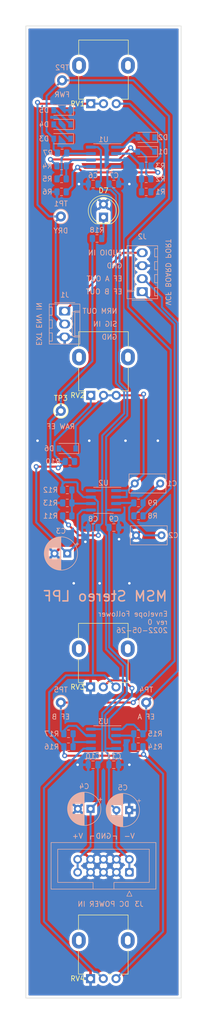
<source format=kicad_pcb>
(kicad_pcb (version 20221018) (generator pcbnew)
  (title_block (title "MSM Stereo LPF envelope follower board") (date "2022-05-26") (rev "0") (comment 1 "creativecommons.org/licenses/by/4.0") (comment 2 "License: CC by 4.0") (comment 3 "Drawn by: Jordan Aceto"))
  (layers (0 "F.Cu" signal) (31 "B.Cu" signal) (34 "B.Paste" user) (35 "F.Paste" user) (36 "B.SilkS" user "B.Silkscreen") (37 "F.SilkS" user "F.Silkscreen") (38 "B.Mask" user) (39 "F.Mask" user) (44 "Edge.Cuts" user))
  (net 0 "")
  (net 1 "/fwr/SIGNAL_IN")
  (net 2 "Net-(D6-K)")
  (net 3 "Net-(U2A-+)")
  (net 4 "GND")
  (net 5 "Net-(U2B-+)")
  (net 6 "/attenuverters/SIGNAL_IN")
  (net 7 "+15V")
  (net 8 "-15V")
  (net 9 "Net-(D1-K)")
  (net 10 "Net-(D1-A)")
  (net 11 "Net-(C1-Pad1)")
  (net 12 "Net-(D2-K)")
  (net 13 "/DRY_AUDIO_FROM_VCF_BOARD")
  (net 14 "/attenuverters/ENVELOPE_OUT_A")
  (net 15 "/attenuverters/ENVELOPE_OUT_B")
  (net 16 "Net-(D3-K)")
  (net 17 "/fwr/SIGNAL_OUT")
  (net 18 "Net-(D4-K)")
  (net 19 "Net-(D6-A)")
  (net 20 "Net-(D7-KA)")
  (net 21 "Net-(U1A--)")
  (net 22 "Net-(U1B--)")
  (net 23 "Net-(R1-Pad1)")
  (net 24 "Net-(R5-Pad2)")
  (net 25 "Net-(U2B--)")
  (net 26 "Net-(U3A--)")
  (net 27 "Net-(U3B--)")
  (net 28 "Net-(U3A-+)")
  (net 29 "Net-(U3B-+)")
  (footprint "Potentiometer_THT:Potentiometer_Alpha_RD901F-40-00D_Single_Vertical" (layer "F.Cu") (at 99.1 53.34 90)
    (fp_text reference "RV1")
    (fp_text value "100k")
  )
  (footprint "LED_THT:LED_D5.0mm" (layer "F.Cu") (at 101.6 75.57 90)
    (fp_text reference "D7")
    (fp_text value "red_green")
  )
  (footprint "Potentiometer_THT:Potentiometer_Alpha_RD901F-40-00D_Single_Vertical" (layer "F.Cu") (at 99.1 110.49 90)
    (fp_text reference "RV2")
    (fp_text value "100k")
  )
  (footprint "Potentiometer_THT:Potentiometer_Alpha_RD901F-40-00D_Single_Vertical" (layer "F.Cu") (at 99.06 224.79 90)
    (fp_text reference "RV4")
    (fp_text value "100k C.D.")
  )
  (footprint "Potentiometer_THT:Potentiometer_Alpha_RD901F-40-00D_Single_Vertical" (layer "F.Cu") (at 99.06 167.64 90)
    (fp_text reference "RV3")
    (fp_text value "100k C.D.")
  )
  (footprint "TestPoint:TestPoint_Keystone_5000-5004_Miniature" (layer "F.Cu") (at 93.218 113.538)
    (fp_text reference "TP3")
    (fp_text value "raw_env")
  )
  (footprint "Package_SO:SOIC-8_3.9x4.9mm_P1.27mm" (layer "B.Cu") (at 101.6 177.8 180)
    (fp_text reference "U3")
    (fp_text value "TL072")
  )
  (footprint "Resistor_SMD:R_0805_2012Metric" (layer "B.Cu") (at 94.488 134.112)
    (fp_text reference "R11")
    (fp_text value "680k")
  )
  (footprint "Resistor_SMD:R_0805_2012Metric" (layer "B.Cu") (at 108.458 134.112 180)
    (fp_text reference "R8")
    (fp_text value "10k")
  )
  (footprint "Connector_IDC:IDC-Header_2x05_P2.54mm_Vertical" (layer "B.Cu") (at 106.68 203.9525 90)
    (fp_text reference "J3")
    (fp_text value "power_entry")
  )
  (footprint "Capacitor_SMD:C_0805_2012Metric" (layer "B.Cu") (at 103.632 69.088 180)
    (fp_text reference "C7")
    (fp_text value "100n")
  )
  (footprint "TestPoint:TestPoint_Keystone_5000-5004_Miniature" (layer "B.Cu") (at 93.218 75.438 180)
    (fp_text reference "TP1")
    (fp_text value "dry_audio")
  )
  (footprint "Resistor_SMD:R_0805_2012Metric" (layer "B.Cu") (at 93.3685 68.072 180)
    (fp_text reference "R5")
    (fp_text value "100k")
  )
  (footprint "Resistor_SMD:R_0805_2012Metric" (layer "B.Cu") (at 108.438259 176.81)
    (fp_text reference "R15")
    (fp_text value "100k")
  )
  (footprint "Resistor_SMD:R_0805_2012Metric" (layer "B.Cu") (at 108.458 131.572 180)
    (fp_text reference "R9")
    (fp_text value "10k")
  )
  (footprint "Diode_SMD:D_SOD-123" (layer "B.Cu") (at 109.982 59.944 180)
    (fp_text reference "D2")
    (fp_text value "1N4148W")
  )
  (footprint "Capacitor_THT:C_Rect_L7.0mm_W3.5mm_P5.00mm" (layer "B.Cu") (at 112.99 137.922 180)
    (fp_text reference "C2")
    (fp_text value "220n")
  )
  (footprint "Connector_Molex:Molex_KK-254_AE-6410-03A_1x03_P2.54mm_Vertical" (layer "B.Cu") (at 93.98 93.98 -90)
    (fp_text reference "J1")
    (fp_text value "audio_IO")
  )
  (footprint "Capacitor_SMD:C_0805_2012Metric" (layer "B.Cu") (at 99.548259 182.88 180)
    (fp_text reference "C10")
    (fp_text value "100n")
  )
  (footprint "Package_SO:SOIC-8_3.9x4.9mm_P1.27mm" (layer "B.Cu") (at 101.6 131.064 180)
    (fp_text reference "U2")
    (fp_text value "TL072")
  )
  (footprint "Capacitor_THT:CP_Radial_D6.3mm_P2.50mm" (layer "B.Cu") (at 106.64 191.77 180)
    (fp_text reference "C5")
    (fp_text value "10u")
  )
  (footprint "Capacitor_THT:CP_Radial_D6.3mm_P2.50mm" (layer "B.Cu") (at 99.06 191.516 180)
    (fp_text reference "C4")
    (fp_text value "10u")
  )
  (footprint "Resistor_SMD:R_0805_2012Metric" (layer "B.Cu") (at 93.3685 65.532)
    (fp_text reference "R4")
    (fp_text value "100k")
  )
  (footprint "Resistor_SMD:R_0805_2012Metric" (layer "B.Cu") (at 93.3685 70.612 180)
    (fp_text reference "R6")
    (fp_text value "100k")
  )
  (footprint "Resistor_SMD:R_0805_2012Metric" (layer "B.Cu") (at 100.33 79.756 180)
    (fp_text reference "R18")
    (fp_text value "3k3")
  )
  (footprint "Connector_Molex:Molex_KK-254_AE-6410-04A_1x04_P2.54mm_Vertical" (layer "B.Cu") (at 109.2 90.17 90)
    (fp_text reference "J2")
    (fp_text value "vcf_board_port")
  )
  (footprint "TestPoint:TestPoint_Keystone_5000-5004_Miniature" (layer "B.Cu") (at 93.472 48.768 180)
    (fp_text reference "TP2")
    (fp_text value "fwr_positive_signal")
  )
  (footprint "Diode_SMD:D_SOD-123" (layer "B.Cu") (at 109.982 62.738 180)
    (fp_text reference "D1")
    (fp_text value "1N4148W")
  )
  (footprint "Resistor_SMD:R_0805_2012Metric" (layer "B.Cu") (at 109.982 68.072)
    (fp_text reference "R2")
    (fp_text value "100k")
  )
  (footprint "Diode_SMD:D_SOD-123" (layer "B.Cu") (at 93.472 60.198 180)
    (fp_text reference "D3")
    (fp_text value "1N4148W")
  )
  (footprint "Capacitor_SMD:C_0805_2012Metric" (layer "B.Cu") (at 103.612259 182.88 180)
    (fp_text reference "C11")
    (fp_text value "100n")
  )
  (footprint "Resistor_SMD:R_0805_2012Metric" (layer "B.Cu") (at 94.488 131.572 180)
    (fp_text reference "R13")
    (fp_text value "47k")
  )
  (footprint "Resistor_SMD:R_0805_2012Metric" (layer "B.Cu") (at 93.472 62.992 180)
    (fp_text reference "R7")
    (fp_text value "5k6")
  )
  (footprint "TestPoint:TestPoint_Keystone_5000-5004_Miniature" (layer "B.Cu") (at 109.982 170.688 180)
    (fp_text reference "TP4")
    (fp_text value "env_A")
  )
  (footprint "Resistor_SMD:R_0805_2012Metric" (layer "B.Cu") (at 94.722259 176.81 180)
    (fp_text reference "R17")
    (fp_text value "100k")
  )
  (footprint "Capacitor_THT:CP_Radial_D6.3mm_P2.50mm" (layer "B.Cu") (at 94.488 141.478 180)
    (fp_text reference "C3")
    (fp_text value "2u2")
  )
  (footprint "Diode_SMD:D_SOD-123" (layer "B.Cu") (at 93.472 57.404 180)
    (fp_text reference "D4")
    (fp_text value "1N4148W")
  )
  (footprint "Resistor_SMD:R_0805_2012Metric" (layer "B.Cu") (at 94.722259 179.35)
    (fp_text reference "R16")
    (fp_text value "100k")
  )
  (footprint "Resistor_SMD:R_0805_2012Metric" (layer "B.Cu") (at 108.438259 179.35 180)
    (fp_text reference "R14")
    (fp_text value "100k")
  )
  (footprint "Resistor_SMD:R_0805_2012Metric" (layer "B.Cu") (at 109.982 70.612 180)
    (fp_text reference "R1")
    (fp_text value "5k6")
  )
  (footprint "Diode_SMD:D_SOD-123" (layer "B.Cu") (at 94.488 120.904 180)
    (fp_text reference "D6")
    (fp_text value "1N4148W")
  )
  (footprint "Package_SO:SOIC-8_3.9x4.9mm_P1.27mm" (layer "B.Cu") (at 101.6 63.754 180)
    (fp_text reference "U1")
    (fp_text value "TL072")
  )
  (footprint "Resistor_SMD:R_0805_2012Metric" (layer "B.Cu") (at 109.982 65.532)
    (fp_text reference "R3")
    (fp_text value "100k")
  )
  (footprint "Diode_SMD:D_SOD-123" (layer "B.Cu") (at 93.472 54.61 180)
    (fp_text reference "D5")
    (fp_text value "1N4148W")
  )
  (footprint "TestPoint:TestPoint_Keystone_5000-5004_Miniature" (layer "B.Cu") (at 93.218 170.688 180)
    (fp_text reference "TP5")
    (fp_text value "env_B")
  )
  (footprint "Capacitor_SMD:C_0805_2012Metric" (layer "B.Cu") (at 99.568 136.398 180)
    (fp_text reference "C8")
    (fp_text value "100n")
  )
  (footprint "Resistor_SMD:R_0805_2012Metric" (layer "B.Cu") (at 94.488 129.032 180)
    (fp_text reference "R12")
    (fp_text value "220k")
  )
  (footprint "Capacitor_SMD:C_0805_2012Metric" (layer "B.Cu") (at 99.568 69.088 180)
    (fp_text reference "C6")
    (fp_text value "100n")
  )
  (footprint "Resistor_SMD:R_0805_2012Metric" (layer "B.Cu") (at 94.996 123.444 180)
    (fp_text reference "R10")
    (fp_text value "1k")
  )
  (footprint "Capacitor_SMD:C_0805_2012Metric" (layer "B.Cu") (at 103.632 136.398 180)
    (fp_text reference "C9")
    (fp_text value "100n")
  )
  (footprint "Capacitor_THT:C_Rect_L7.0mm_W3.5mm_P5.00mm" (layer "B.Cu") (at 112.736 127.762 180)
    (fp_text reference "C1")
    (fp_text value "470n")
  )
  (gr_line (start 99.06 196.85) (end 99.06 197.485) (stroke (width 0.15)) (layer "B.SilkS"))
  (gr_line (start 99.695 196.85) (end 99.06 196.85) (stroke (width 0.15)) (layer "B.SilkS"))
  (gr_line (start 104.14 196.85) (end 104.14 197.485) (stroke (width 0.15)) (layer "B.SilkS"))
  (gr_line (start 103.505 196.85) (end 104.14 196.85) (stroke (width 0.15)) (layer "B.SilkS"))
  (gr_line (start 86.36 38.1) (end 86.36 228.6) (stroke (width 0.1)) (layer "Edge.Cuts"))
  (gr_line (start 86.36 228.6) (end 116.84 228.6) (stroke (width 0.1)) (layer "Edge.Cuts"))
  (gr_line (start 116.84 38.1) (end 86.36 38.1) (stroke (width 0.1)) (layer "Edge.Cuts"))
  (gr_line (start 116.84 228.6) (end 116.84 38.1) (stroke (width 0.1)) (layer "Edge.Cuts"))
  (gr_text "SIG IN" (at 104.394 96.52) (layer "B.SilkS") (effects (font (size 1 1)) (justify left mirror)))
  (gr_text "GND" (at 104.394 99.06) (layer "B.SilkS") (effects (font (size 1 1)) (justify left mirror)))
  (gr_text "FWR" (at 93.472 51.562) (layer "B.SilkS") (effects (font (size 1 1)) (justify mirror)))
  (gr_text "V-" (at 106.68 196.85) (layer "B.SilkS") (effects (font (size 1 1)) (justify mirror)))
  (gr_text "GND" (at 105.39 85.09) (layer "B.SilkS") (effects (font (size 1 1)) (justify left mirror)))
  (gr_text "VCF BOARD PORT" (at 114.28 86.36 270) (layer "B.SilkS") (effects (font (size 1 1)) (justify mirror)))
  (gr_text "GND" (at 101.6 196.85) (layer "B.SilkS") (effects (font (size 1 1)) (justify mirror)))
  (gr_text "Envelope Follower\nrev 0\n2022-05-26" (at 114.3 154.94) (layer "B.SilkS") (effects (font (size 1 1)) (justify left mirror)))
  (gr_text "AUDIO IN" (at 105.39 82.55) (layer "B.SilkS") (effects (font (size 1 1)) (justify left mirror)))
  (gr_text "EF A" (at 109.982 173.482) (layer "B.SilkS") (effects (font (size 1 1)) (justify mirror)))
  (gr_text "EF A OUT" (at 105.39 87.63) (layer "B.SilkS") (effects (font (size 1 1)) (justify left mirror)))
  (gr_text "RAW EF" (at 93.218 116.586) (layer "B.SilkS") (effects (font (size 1 1)) (justify mirror)))
  (gr_text "NRM OUT" (at 104.394 93.98) (layer "B.SilkS") (effects (font (size 1 1)) (justify left mirror)))
  (gr_text "DC POWER IN" (at 101.6 210.185) (layer "B.SilkS") (effects (font (size 1 1)) (justify mirror)))
  (gr_text "EXT ENV IN" (at 88.9 96.52 270) (layer "B.SilkS") (effects (font (size 1 1)) (justify mirror)))
  (gr_text "MSM Stereo LPF" (at 114.3 149.86) (layer "B.SilkS") (effects (font (size 2 2) (thickness 0.3)) (justify left mirror)))
  (gr_text "EF B" (at 93.218 173.482) (layer "B.SilkS") (effects (font (size 1 1)) (justify mirror)))
  (gr_text "DRY" (at 93.218 78.232) (layer "B.SilkS") (effects (font (size 1 1)) (justify mirror)))
  (gr_text "V+" (at 96.52 196.85) (layer "B.SilkS") (effects (font (size 1 1)) (justify mirror)))
  (gr_text "EF B OUT" (at 105.39 90.17) (layer "B.SilkS") (effects (font (size 1 1)) (justify left mirror)))
  (segment (start 88.9 53.34) (end 99.1 53.34) (width 0.4) (layer "F.Cu") (net 1))
  (segment (start 88.646 53.086) (end 88.9 53.34) (width 0.4) (layer "F.Cu") (net 1))
  (via (at 88.646 53.086) (size 1) (drill 0.5) (layers "F.Cu" "B.Cu") (net 1))
  (segment (start 99.1 53.34) (end 101.6 53.34) (width 0.4) (layer "B.Cu") (net 1))
  (segment (start 88.9 73.406) (end 88.646 73.152) (width 0.4) (layer "B.Cu") (net 1))
  (segment (start 92.218 76.438) (end 92.218 94.758) (width 0.4) (layer "B.Cu") (net 1))
  (segment (start 88.646 73.152) (end 88.646 53.086) (width 0.4) (layer "B.Cu") (net 1))
  (segment (start 90.932 75.438) (end 88.9 73.406) (width 0.4) (layer "B.Cu") (net 1))
  (segment (start 93.218 75.438) (end 92.218 76.438) (width 0.4) (layer "B.Cu") (net 1))
  (segment (start 93.218 75.438) (end 90.932 75.438) (width 0.4) (layer "B.Cu") (net 1))
  (segment (start 92.218 94.758) (end 93.98 96.52) (width 0.4) (layer "B.Cu") (net 1))
  (segment (start 109.22 110.49) (end 109.474 110.236) (width 0.4) (layer "F.Cu") (net 2))
  (segment (start 104.1 110.49) (end 109.22 110.49) (width 0.4) (layer "F.Cu") (net 2))
  (via (at 109.474 110.236) (size 1) (drill 0.5) (layers "F.Cu" "B.Cu") (net 2))
  (segment (start 96.138 116.46) (end 96.138 120.904) (width 0.4) (layer "B.Cu") (net 2))
  (segment (start 101.6 110.49) (end 104.1 110.49) (width 0.4) (layer "B.Cu") (net 2))
  (segment (start 106.339 129.159) (end 107.736 127.762) (width 0.4) (layer "B.Cu") (net 2))
  (segment (start 106.045 129.159) (end 106.339 129.159) (width 0.4) (layer "B.Cu") (net 2))
  (segment (start 106.172 130.429) (end 104.075 130.429) (width 0.4) (layer "B.Cu") (net 2))
  (segment (start 101.6 110.49) (end 101.6 110.998) (width 0.4) (layer "B.Cu") (net 2))
  (segment (start 106.045 129.159) (end 106.172 129.286) (width 0.4) (layer "B.Cu") (net 2))
  (segment (start 101.6 110.998) (end 96.138 116.46) (width 0.4) (layer "B.Cu") (net 2))
  (segment (start 109.474 126.024) (end 109.474 110.236) (width 0.4) (layer "B.Cu") (net 2))
  (segment (start 106.172 129.286) (end 106.172 130.429) (width 0.4) (layer "B.Cu") (net 2))
  (segment (start 107.736 127.762) (end 109.474 126.024) (width 0.4) (layer "B.Cu") (net 2))
  (segment (start 104.075 129.159) (end 106.045 129.159) (width 0.4) (layer "B.Cu") (net 2))
  (segment (start 112.99 137.922) (end 109.724441 137.922) (width 0.4) (layer "B.Cu") (net 3))
  (segment (start 107.5455 131.572) (end 104.202 131.572) (width 0.4) (layer "B.Cu") (net 3))
  (segment (start 109.724441 137.922) (end 106.63348 134.831039) (width 0.4) (layer "B.Cu") (net 3))
  (segment (start 104.202 131.572) (end 104.075 131.699) (width 0.4) (layer "B.Cu") (net 3))
  (segment (start 106.63348 132.48402) (end 107.5455 131.572) (width 0.4) (layer "B.Cu") (net 3))
  (segment (start 106.63348 134.831039) (end 106.63348 132.48402) (width 0.4) (layer "B.Cu") (net 3))
  (via (at 105.918 119.38) (size 1) (drill 0.5) (layers "F.Cu" "B.Cu") (net 4))
  (via (at 95.758 147.32) (size 1) (drill 0.5) (layers "F.Cu" "B.Cu") (net 4))
  (via (at 106.68 147.32) (size 1) (drill 0.5) (layers "F.Cu" "B.Cu") (net 4))
  (via (at 112.268 119.38) (size 1) (drill 0.5) (layers "F.Cu" "B.Cu") (net 4))
  (via (at 104.648 138.684) (size 1) (drill 0.5) (layers "F.Cu" "B.Cu") (net 4))
  (via (at 100.838 147.32) (size 1) (drill 0.5) (layers "F.Cu" "B.Cu") (net 4))
  (via (at 106.68 182.88) (size 1) (drill 0.5) (layers "F.Cu" "B.Cu") (net 4))
  (via (at 96.774 69.088) (size 1) (drill 0.5) (layers "F.Cu" "B.Cu") (net 4))
  (via (at 96.52 182.88) (size 1) (drill 0.5) (layers "F.Cu" "B.Cu") (net 4))
  (via (at 106.68 69.088) (size 1) (drill 0.5) (layers "F.Cu" "B.Cu") (net 4))
  (via (at 98.044 139.192) (size 1) (drill 0.5) (layers "F.Cu" "B.Cu") (net 4))
  (via (at 98.806 119.38) (size 1) (drill 0.5) (layers "F.Cu" "B.Cu") (net 4))
  (via (at 88.646 119.38) (size 1) (drill 0.5) (layers "F.Cu" "B.Cu") (net 4))
  (segment (start 92.456 124.46) (end 92.71 124.714) (width 0.4) (layer "F.Cu") (net 5))
  (segment (start 88.392 124.46) (end 92.456 124.46) (width 0.4) (layer "F.Cu") (net 5))
  (via (at 92.71 124.714) (size 1) (drill 0.5) (layers "F.Cu" "B.Cu") (net 5))
  (via (at 88.392 124.46) (size 1) (drill 0.5) (layers "F.Cu" "B.Cu") (net 5))
  (segment (start 94.488 141.478) (end 88.392 135.382) (width 0.4) (layer "B.Cu") (net 5))
  (segment (start 91.988489 122.214489) (end 93.218 123.444) (width 0.4) (layer "B.Cu") (net 5))
  (segment (start 88.392 135.382) (end 88.392 124.46) (width 0.4) (layer "B.Cu") (net 5))
  (segment (start 94.488 141.478) (end 96.52 139.446) (width 0.4) (layer "B.Cu") (net 5))
  (segment (start 92.71 124.714) (end 92.8135 124.714) (width 0.4) (layer "B.Cu") (net 5))
  (segment (start 96.52 133.858) (end 97.409 132.969) (width 0.4) (layer "B.Cu") (net 5))
  (segment (start 97.409 132.969) (end 99.125 132.969) (width 0.4) (layer "B.Cu") (net 5))
  (segment (start 99.1 112.482) (end 91.988489 119.593511) (width 0.4) (layer "B.Cu") (net 5))
  (segment (start 96.52 139.446) (end 96.52 133.858) (width 0.4) (layer "B.Cu") (net 5))
  (segment (start 99.1 110.49) (end 99.1 112.482) (width 0.4) (layer "B.Cu") (net 5))
  (segment (start 92.8135 124.714) (end 94.0835 123.444) (width 0.4) (layer "B.Cu") (net 5))
  (segment (start 91.988489 119.593511) (end 91.988489 122.214489) (width 0.4) (layer "B.Cu") (net 5))
  (segment (start 93.218 123.444) (end 94.0835 123.444) (width 0.4) (layer "B.Cu") (net 5))
  (segment (start 93.98 181.102) (end 109.22 181.102) (width 0.4) (layer "F.Cu") (net 6))
  (segment (start 109.22 181.102) (end 109.474 180.848) (width 0.4) (layer "F.Cu") (net 6))
  (via (at 109.474 180.848) (size 1) (drill 0.5) (layers "F.Cu" "B.Cu") (net 6))
  (via (at 93.98 181.102) (size 1) (drill 0.5) (layers "F.Cu" "B.Cu") (net 6))
  (segment (start 104.06 224.79) (end 113.284 215.566) (width 0.4) (layer "B.Cu") (net 6))
  (segment (start 96.266 127.508) (end 93.98 127.508) (width 0.4) (layer "B.Cu") (net 6))
  (segment (start 93.472 128.9285) (end 93.5755 129.032) (width 0.4) (layer "B.Cu") (net 6))
  (segment (start 96.52 127.762) (end 96.266 127.508) (width 0.4) (layer "B.Cu") (net 6))
  (segment (start 113.284 184.658) (end 109.474 180.848) (width 0.4) (layer "B.Cu") (net 6))
  (segment (start 93.809759 179.35) (end 93.809759 180.931759) (width 0.4) (layer "B.Cu") (net 6))
  (segment (start 99.607138 130.429) (end 100.49952 131.321382) (width 0.4) (layer "B.Cu") (net 6))
  (segment (start 93.809759 180.931759) (end 93.98 181.102) (width 0.4) (layer "B.Cu") (net 6))
  (segment (start 90.932 168.656) (end 94.234 165.354) (width 0.4) (layer "B.Cu") (net 6))
  (segment (start 99.51752 135.754921) (end 99.51752 165.30352) (width 0.4) (layer "B.Cu") (net 6))
  (segment (start 100.49952 134.772921) (end 99.51752 135.754921) (width 0.4) (layer "B.Cu") (net 6))
  (segment (start 109.474 180.848) (end 109.474 179.473241) (width 0.4) (layer "B.Cu") (net 6))
  (segment (start 99.51752 165.30352) (end 99.568 165.354) (width 0.4) (layer "B.Cu") (net 6))
  (segment (start 109.474 179.473241) (end 109.350759 179.35) (width 0.4) (layer "B.Cu") (net 6))
  (segment (start 99.4175 103.7825) (end 99.4175 79.756) (width 0.4) (layer "B.Cu") (net 6))
  (segment (start 101.774 165.354) (end 104.06 167.64) (width 0.4) (layer "B.Cu") (net 6))
  (segment (start 93.809759 179.35) (end 90.932 176.472241) (width 0.4) (layer "B.Cu") (net 6))
  (segment (start 94.234 165.354) (end 99.822 165.354) (width 0.4) (layer "B.Cu") (net 6))
  (segment (start 113.284 215.566) (end 113.284 184.658) (width 0.4) (layer "B.Cu") (net 6))
  (segment (start 91.186 124.968) (end 93.5755 127.3575) (width 0.4) (layer "B.Cu") (net 6))
  (segment (start 93.218 113.538) (end 93.218 109.982) (width 0.4) (layer "B.Cu") (net 6))
  (segment (start 99.822 165.354) (end 101.774 165.354) (width 0.4) (layer "B.Cu") (net 6))
  (segment (start 93.218 113.538) (end 91.186 115.57) (width 0.4) (layer "B.Cu") (net 6))
  (segment (start 93.98 127.508) (end 93.472 128.016) (width 0.4) (layer "B.Cu") (net 6))
  (segment (start 90.932 176.472241) (end 90.932 168.656) (width 0.4) (layer "B.Cu") (net 6))
  (segment (start 93.5755 127.3575) (end 93.5755 129.032) (width 0.4) (layer "B.Cu") (net 6))
  (segment (start 96.52 129.286) (end 96.52 127.762) (width 0.4) (layer "B.Cu") (net 6))
  (segment (start 99.125 130.429) (end 97.663 130.429) (width 0.4) (layer "B.Cu") (net 6))
  (segment (start 93.218 109.982) (end 99.4175 103.7825) (width 0.4) (layer "B.Cu") (net 6))
  (segment (start 97.663 130.429) (end 96.52 129.286) (width 0.4) (layer "B.Cu") (net 6))
  (segment (start 93.472 128.016) (end 93.472 128.9285) (width 0.4) (layer "B.Cu") (net 6))
  (segment (start 99.125 130.429) (end 99.607138 130.429) (width 0.4) (layer "B.Cu") (net 6))
  (segment (start 100.49952 131.321382) (end 100.49952 134.772921) (width 0.4) (layer "B.Cu") (net 6))
  (segment (start 91.186 115.57) (end 91.186 124.968) (width 0.4) (layer "B.Cu") (net 6))
  (segment (start 94.742 135.89) (end 96.774 137.922) (width 0.4) (layer "F.Cu") (net 7))
  (segment (start 96.774 137.922) (end 100.584 137.922) (width 0.4) (layer "F.Cu") (net 7))
  (via (at 100.584 137.922) (size 1) (drill 0.5) (layers "F.Cu" "B.Cu") (net 7))
  (via (at 94.742 135.89) (size 1) (drill 0.5) (layers "F.Cu" "B.Cu") (net 7))
  (segment (start 105.664 109.728) (end 105.664 114.046) (width 0.4) (layer "B.Cu") (net 7))
  (segment (start 105.664 114.046) (end 101.346 118.364) (width 0.4) (layer "B.Cu") (net 7))
  (segment (start 101.346 129.032) (end 101.219 129.159) (width 0.4) (layer "B.Cu") (net 7))
  (segment (start 104.040969 108.104969) (end 105.664 109.728) (width 0.4) (layer "B.Cu") (net 7))
  (segment (start 99.125 61.849) (end 100.457 61.849) (width 0.4) (layer "B.Cu") (net 7))
  (segment (start 100.518 136.398) (end 102.108 137.988) (width 0.4) (layer "B.Cu") (net 7))
  (segment (start 93.5755 134.7235) (end 94.742 135.89) (width 0.4) (layer "B.Cu") (net 7))
  (segment (start 104.040969 71.294819) (end 104.040969 108.104969) (width 0.4) (layer "B.Cu") (net 7))
  (segment (start 101.346 172.72) (end 101.346 177.123836) (width 0.4) (layer "B.Cu") (net 7))
  (segment (start 100.498259 182.88) (end 100.498259 190.077741) (width 0.4) (layer "B.Cu") (net 7))
  (segment (start 101.092 68.514) (end 100.518 69.088) (width 0.4) (layer "B.Cu") (net 7))
  (segment (start 105.41 168.656) (end 101.346 172.72) (width 0.4) (layer "B.Cu") (net 7))
  (segment (start 100.584 137.922) (end 100.584 136.464) (width 0.4) (layer "B.Cu") (net 7))
  (segment (start 105.41 163.576) (end 105.41 168.656) (width 0.4) (layer "B.Cu") (net 7))
  (segment (start 101.346 135.57) (end 100.518 136.398) (width 0.4) (layer "B.Cu") (net 7))
  (segment (start 96.52 203.9525) (end 96.52 201.4125) (width 0.4) (layer "B.Cu") (net 7))
  (segment (start 101.346 129.032) (end 101.346 135.57) (width 0.4) (layer "B.Cu") (net 7))
  (segment (start 100.518 69.088) (end 101.64252 70.21252) (width 0.4) (layer "B.Cu") (net 7))
  (segment (start 102.95867 70.21252) (end 104.040969 71.294819) (width 0.4) (layer "B.Cu") (net 7))
  (segment (start 102.108 137.988) (end 102.108 160.274) (width 0.4) (layer "B.Cu") (net 7))
  (segment (start 100.498259 190.077741) (end 99.06 191.516) (width 0.4) (layer "B.Cu") (net 7))
  (segment (start 93.5755 134.112) (end 93.5755 134.7235) (width 0.4) (layer "B.Cu") (net 7))
  (segment (start 100.584 136.464) (end 100.518 136.398) (width 0.4) (layer "B.Cu") (net 7))
  (segment (start 99.125 175.895) (end 101.346 175.895) (width 0.4) (layer "B.Cu") (net 7))
  (segment (start 99.06 191.516) (end 99.06 198.8725) (width 0.4) (layer "B.Cu") (net 7))
  (segment (start 101.346 182.032259) (end 100.498259 182.88) (width 0.4) (layer "B.Cu") (net 7))
  (segment (start 101.346 118.364) (end 101.346 129.032) (width 0.4) (layer "B.Cu") (net 7))
  (segment (start 99.06 198.8725) (end 96.52 201.4125) (width 0.4) (layer "B.Cu") (net 7))
  (segment (start 101.346 177.123836) (end 101.346 182.032259) (width 0.4) (layer "B.Cu") (net 7))
  (segment (start 101.219 129.159) (end 99.125 129.159) (width 0.4) (layer "B.Cu") (net 7))
  (segment (start 101.64252 70.21252) (end 102.95867 70.21252) (width 0.4) (layer "B.Cu") (net 7))
  (segment (start 101.346 175.895) (end 101.346 177.123836) (width 0.4) (layer "B.Cu") (net 7))
  (segment (start 102.108 160.274) (end 105.41 163.576) (width 0.4) (layer "B.Cu") (net 7))
  (segment (start 100.457 61.849) (end 101.092 62.484) (width 0.4) (layer "B.Cu") (net 7))
  (segment (start 101.092 62.484) (end 101.092 68.514) (width 0.4) (layer "B.Cu") (net 7))
  (segment (start 101.945511 180.177511) (end 102.662259 180.894259) (width 0.4) (layer "B.Cu") (net 8))
  (segment (start 102.682 136.398) (end 102.707511 136.423511) (width 0.4) (layer "B.Cu") (net 8))
  (segment (start 104.14 191.77) (end 104.14 198.8725) (width 0.4) (layer "B.Cu") (net 8))
  (segment (start 104.64048 102.001183) (end 104.64048 103.978817) (width 0.4) (layer "B.Cu") (net 8))
  (segment (start 106.263511 109.479675) (end 106.26351 114.46249) (width 0.4) (layer "B.Cu") (net 8))
  (segment (start 104.739511 101.902152) (end 104.64048 102.001183) (width 0.4) (layer "B.Cu") (net 8))
  (segment (start 104.739511 107.955675) (end 106.263511 109.479675) (width 0.4) (layer "B.Cu") (net 8))
  (segment (start 104.075 65.659) (end 103.251 65.659) (width 0.4) (layer "B.Cu") (net 8))
  (segment (start 106.26351 114.46249) (end 102.108 118.618) (width 0.4) (layer "B.Cu") (net 8))
  (segment (start 103.251 65.659) (end 102.362 66.548) (width 0.4) (layer "B.Cu") (net 8))
  (segment (start 102.108 133.096) (end 102.108 133.858) (width 0.4) (layer "B.Cu") (net 8))
  (segment (start 106.172 168.91) (end 101.945511 173.136489) (width 0.4) (layer "B.Cu") (net 8))
  (segment (start 104.64048 103.978817) (end 104.739511 104.077848) (width 0.4) (layer "B.Cu") (net 8))
  (segment (start 102.662259 182.88) (end 102.662259 190.292259) (width 0.4) (layer "B.Cu") (net 8))
  (segment (start 102.707511 136.423511) (end 102.707511 159.857511) (width 0.4) (layer "B.Cu") (net 8))
  (segment (start 104.075 132.969) (end 102.235 132.969) (width 0.4) (layer "B.Cu") (net 8))
  (segment (start 101.945511 179.740489) (end 101.945511 180.177511) (width 0.4) (layer "B.Cu") (net 8))
  (segment (start 104.14 198.8725) (end 106.68 201.4125) (width 0.4) (layer "B.Cu") (net 8))
  (segment (start 102.362 68.768) (end 102.682 69.088) (width 0.4) (layer "B.Cu") (net 8))
  (segment (start 102.108 135.824) (end 102.682 136.398) (width 0.4) (layer "B.Cu") (net 8))
  (segment (start 101.981 179.705) (end 101.945511 179.740489) (width 0.4) (layer "B.Cu") (net 8))
  (segment (start 102.707511 159.857511) (end 106.172 163.322) (width 0.4) (layer "B.Cu") (net 8))
  (segment (start 104.739511 104.077848) (end 104.739511 107.955675) (width 0.4) (layer "B.Cu") (net 8))
  (segment (start 102.662259 180.894259) (end 102.662259 182.88) (width 0.4) (layer "B.Cu") (net 8))
  (segment (start 102.682 69.088) (end 104.739511 71.145511) (width 0.4) (layer "B.Cu") (net 8))
  (segment (start 102.108 118.618) (end 102.108 133.858) (width 0.4) (layer "B.Cu") (net 8))
  (segment (start 104.739511 71.145511) (end 104.739511 101.902152) (width 0.4) (layer "B.Cu") (net 8))
  (segment (start 101.945511 173.136489) (end 101.945511 179.740489) (width 0.4) (layer "B.Cu") (net 8))
  (segment (start 106.172 163.322) (end 106.172 168.91) (width 0.4) (layer "B.Cu") (net 8))
  (segment (start 102.108 133.858) (end 102.108 135.824) (width 0.4) (layer "B.Cu") (net 8))
  (segment (start 102.362 66.548) (end 102.362 68.768) (width 0.4) (layer "B.Cu") (net 8))
  (segment (start 104.075 179.705) (end 101.981 179.705) (width 0.4) (layer "B.Cu") (net 8))
  (segment (start 102.235 132.969) (end 102.108 133.096) (width 0.4) (layer "B.Cu") (net 8))
  (segment (start 106.68 203.9525) (end 106.68 201.4125) (width 0.4) (layer "B.Cu") (net 8))
  (segment (start 102.662259 190.292259) (end 104.14 191.77) (width 0.4) (layer "B.Cu") (net 8))
  (segment (start 107.442 59.944) (end 108.332 59.944) (width 0.4) (layer "B.Cu") (net 9))
  (segment (start 108.332 59.944) (end 108.838 59.944) (width 0.4) (layer "B.Cu") (net 9))
  (segment (start 108.838 59.944) (end 111.632 62.738) (width 0.4) (layer "B.Cu") (net 9))
  (segment (start 105.537 61.849) (end 107.442 59.944) (width 0.4) (layer "B.Cu") (net 9))
  (segment (start 104.075 61.849) (end 105.537 61.849) (width 0.4) (layer "B.Cu") (net 9))
  (segment (start 106.934 61.976) (end 104.648 64.262) (width 0.4) (layer "F.Cu") (net 10))
  (segment (start 104.648 64.262) (end 91.186 64.262) (width 0.4) (layer "F.Cu") (net 10))
  (via (at 106.934 61.976) (size 1) (drill 0.5) (layers "F.Cu" "B.Cu") (net 10))
  (via (at 91.186 64.262) (size 1) (drill 0.5) (layers "F.Cu" "B.Cu") (net 10))
  (segment (start 91.186 64.262) (end 92.456 65.532) (width 0.4) (layer "B.Cu") (net 10))
  (segment (start 109.98152 63.75352) (end 109.98152 67.15902) (width 0.4) (layer "B.Cu") (net 10))
  (segment (start 108.966 62.738) (end 109.98152 63.75352) (width 0.4) (layer "B.Cu") (net 10))
  (segment (start 108.332 62.738) (end 108.966 62.738) (width 0.4) (layer "B.Cu") (net 10))
  (segment (start 109.98152 67.15902) (end 110.8945 68.072) (width 0.4) (layer "B.Cu") (net 10))
  (segment (start 108.332 62.738) (end 107.696 62.738) (width 0.4) (layer "B.Cu") (net 10))
  (segment (start 107.696 62.738) (end 106.934 61.976) (width 0.4) (layer "B.Cu") (net 10))
  (segment (start 109.3705 131.572) (end 109.3705 131.1275) (width 0.4) (layer "B.Cu") (net 11))
  (segment (start 109.3705 131.1275) (end 112.736 127.762) (width 0.4) (layer "B.Cu") (net 11))
  (segment (start 109.3705 131.572) (end 109.3705 132.287) (width 0.4) (layer "B.Cu") (net 11))
  (segment (start 109.3705 132.287) (end 107.5455 134.112) (width 0.4) (layer "B.Cu") (net 11))
  (segment (start 97.536 66.802) (end 96.52 65.786) (width 0.4) (layer "F.Cu") (net 12))
  (segment (start 112.268 66.802) (end 97.536 66.802) (width 0.4) (layer "F.Cu") (net 12))
  (via (at 112.268 66.802) (size 1) (drill 0.5) (layers "F.Cu" "B.Cu") (net 12))
  (via (at 96.52 65.786) (size 1) (drill 0.5) (layers "F.Cu" "B.Cu") (net 12))
  (segment (start 110.8945 65.532) (end 110.998 65.532) (width 0.4) (layer "B.Cu") (net 12))
  (segment (start 110.998 65.532) (end 112.268 66.802) (width 0.4) (layer "B.Cu") (net 12))
  (segment (start 95.504 69.389) (end 95.504 66.802) (width 0.4) (layer "B.Cu") (net 12))
  (segment (start 95.504 66.802) (end 96.647 65.659) (width 0.4) (layer "B.Cu") (net 12))
  (segment (start 112.776 63.6505) (end 112.776 61.088) (width 0.4) (layer "B.Cu") (net 12))
  (segment (start 112.776 61.088) (end 111.632 59.944) (width 0.4) (layer "B.Cu") (net 12))
  (segment (start 96.647 65.659) (end 99.125 65.659) (width 0.4) (layer "B.Cu") (net 12))
  (segment (start 94.281 70.612) (end 95.504 69.389) (width 0.4) (layer "B.Cu") (net 12))
  (segment (start 110.8945 65.532) (end 112.776 63.6505) (width 0.4) (layer "B.Cu") (net 12))
  (segment (start 93.98 93.98) (end 105.41 82.55) (width 0.4) (layer "F.Cu") (net 13))
  (segment (start 105.41 82.55) (end 109.2 82.55) (width 0.4) (layer "F.Cu") (net 13))
  (segment (start 109.982 170.688) (end 116.16951 164.50049) (width 0.4) (layer "B.Cu") (net 14))
  (segment (start 116.16951 164.50049) (end 116.16951 96.291674) (width 0.4) (layer "B.Cu") (net 14))
  (segment (start 113.079 93.201164) (end 113.079 91.284) (width 0.4) (layer "B.Cu") (net 14))
  (segment (start 104.075 175.895) (end 105.283 175.895) (width 0.4) (layer "B.Cu") (net 14))
  (segment (start 106.172 175.006) (end 107.546759 175.006) (width 0.4) (layer "B.Cu") (net 14))
  (segment (start 107.546759 175.006) (end 109.350759 176.81) (width 0.4) (layer "B.Cu") (net 14))
  (segment (start 109.982 176.178759) (end 109.982 170.688) (width 0.4) (layer "B.Cu") (net 14))
  (segment (start 109.425 87.63) (end 109.2 87.63) (width 0.4) (layer "B.Cu") (net 14))
  (segment (start 105.283 175.895) (end 106.172 175.006) (width 0.4) (layer "B.Cu") (net 14))
  (segment (start 113.079 91.284) (end 109.425 87.63) (width 0.4) (layer "B.Cu") (net 14))
  (segment (start 116.16951 96.291674) (end 113.079 93.201164) (width 0.4) (layer "B.Cu") (net 14))
  (segment (start 109.350759 176.81) (end 109.982 176.178759) (width 0.4) (layer "B.Cu") (net 14))
  (segment (start 93.218 170.688) (end 107.442 170.688) (width 0.4) (layer "F.Cu") (net 15))
  (via (at 107.442 170.688) (size 1) (drill 0.5) (layers "F.Cu" "B.Cu") (net 15))
  (segment (start 115.57 162.56) (end 115.57 96.54) (width 0.4) (layer "B.Cu") (net 15))
  (segment (start 93.218 176.218241) (end 93.218 170.688) (width 0.4) (layer "B.Cu") (net 15))
  (segment (start 107.442 170.688) (end 115.57 162.56) (width 0.4) (layer "B.Cu") (net 15))
  (segment (start 93.809759 176.192241) (end 93.809759 176.81) (width 0.4) (layer "B.Cu") (net 15))
  (segment (start 99.125 177.165) (end 98.171 177.165) (width 0.4) (layer "B.Cu") (net 15))
  (segment (start 94.742 175.26) (end 93.809759 176.192241) (width 0.4) (layer "B.Cu") (net 15))
  (segment (start 98.171 177.165) (end 96.266 175.26) (width 0.4) (layer "B.Cu") (net 15))
  (segment (start 96.266 175.26) (end 94.742 175.26) (width 0.4) (layer "B.Cu") (net 15))
  (segment (start 93.809759 176.81) (end 93.218 176.218241) (width 0.4) (layer "B.Cu") (net 15))
  (segment (start 115.57 96.54) (end 109.2 90.17) (width 0.4) (layer "B.Cu") (net 15))
  (segment (start 94.616 60.198) (end 91.822 57.404) (width 0.4) (layer "B.Cu") (net 16))
  (segment (start 95.122 60.198) (end 94.616 60.198) (width 0.4) (layer "B.Cu") (net 16))
  (segment (start 93.472 48.768) (end 90.424 51.816) (width 0.4) (layer "B.Cu") (net 17))
  (segment (start 109.3705 134.112) (end 114.808 128.6745) (width 0.4) (layer "B.Cu") (net 17))
  (segment (start 90.424 58.8) (end 91.822 60.198) (width 0.4) (layer "B.Cu") (net 17))
  (segment (start 92.5595 62.992) (end 91.822 62.2545) (width 0.4) (layer "B.Cu") (net 17))
  (segment (start 114.46249 71.97351) (end 114.46249 55.78849) (width 0.4) (layer "B.Cu") (net 17))
  (segment (start 114.46249 55.78849) (end 107.442 48.768) (width 0.4) (layer "B.Cu") (net 17))
  (segment (start 90.424 51.816) (end 90.424 58.8) (width 0.4) (layer "B.Cu") (net 17))
  (segment (start 106.426 80.01) (end 114.46249 71.97351) (width 0.4) (layer "B.Cu") (net 17))
  (segment (start 114.808 101.6) (end 106.426 93.218) (width 0.4) (layer "B.Cu") (net 17))
  (segment (start 106.426 93.218) (end 106.426 80.01) (width 0.4) (layer "B.Cu") (net 17))
  (segment (start 107.442 48.768) (end 93.472 48.768) (width 0.4) (layer "B.Cu") (net 17))
  (segment (start 114.808 128.6745) (end 114.808 101.6) (width 0.4) (layer "B.Cu") (net 17))
  (segment (start 91.822 62.2545) (end 91.822 60.198) (width 0.4) (layer "B.Cu") (net 17))
  (segment (start 91.822 54.61) (end 92.328 54.61) (width 0.4) (layer "B.Cu") (net 18))
  (segment (start 92.328 54.61) (end 95.122 57.404) (width 0.4) (layer "B.Cu") (net 18))
  (segment (start 95.9085 123.444) (end 93.3685 120.904) (width 0.4) (layer "B.Cu") (net 19))
  (segment (start 93.3685 120.904) (end 92.838 120.904) (width 0.4) (layer "B.Cu") (net 19))
  (segment (start 101.6 79.3985) (end 101.6 75.57) (width 0.4) (layer "B.Cu") (net 20))
  (segment (start 101.2425 79.756) (end 101.6 79.3985) (width 0.4) (layer "B.Cu") (net 20))
  (segment (start 109.0695 70.612) (end 109.0695 65.532) (width 0.4) (layer "B.Cu") (net 21))
  (segment (start 106.6565 63.119) (end 109.0695 65.532) (width 0.4) (layer "B.Cu") (net 21))
  (segment (start 104.075 63.119) (end 106.6565 63.119) (width 0.4) (layer "B.Cu") (net 21))
  (segment (start 99.125 64.389) (end 95.424 64.389) (width 0.4) (layer "B.Cu") (net 22))
  (segment (start 94.281 68.072) (end 94.281 65.532) (width 0.4) (layer "B.Cu") (net 22))
  (segment (start 95.424 64.389) (end 94.281 65.532) (width 0.4) (layer "B.Cu") (net 22))
  (segment (start 113.538 67.9685) (end 113.538 60.150978) (width 0.4) (layer "B.Cu") (net 23))
  (segment (start 113.538 60.150978) (end 106.727022 53.34) (width 0.4) (layer "B.Cu") (net 23))
  (segment (start 110.8945 70.612) (end 113.538 67.9685) (width 0.4) (layer "B.Cu") (net 23))
  (segment (start 106.727022 53.34) (end 104.1 53.34) (width 0.4) (layer "B.Cu") (net 23))
  (segment (start 99.125 63.119) (end 94.5115 63.119) (width 0.4) (layer "B.Cu") (net 24))
  (segment (start 93.36802 64.00848) (end 94.3845 62.992) (width 0.4) (layer "B.Cu") (net 24))
  (segment (start 93.36802 67.15998) (end 93.36802 64.00848) (width 0.4) (layer "B.Cu") (net 24))
  (segment (start 94.5115 63.119) (end 94.3845 62.992) (width 0.4) (layer "B.Cu") (net 24))
  (segment (start 92.456 68.072) (end 93.36802 67.15998) (width 0.4) (layer "B.Cu") (net 24))
  (segment (start 95.5275 131.699) (end 95.4005 131.572) (width 0.4) (layer "B.Cu") (net 25))
  (segment (start 95.4005 134.112) (end 95.4005 129.032) (width 0.4) (layer "B.Cu") (net 25))
  (segment (start 99.125 131.699) (end 95.5275 131.699) (width 0.4) (layer "B.Cu") (net 25))
  (segment (start 104.075 177.165) (end 107.170759 177.165) (width 0.4) (layer "B.Cu") (net 26))
  (segment (start 107.525759 179.35) (end 107.525759 176.81) (width 0.4) (layer "B.Cu") (net 26))
  (segment (start 107.170759 177.165) (end 107.525759 176.81) (width 0.4) (layer "B.Cu") (net 26))
  (segment (start 95.634759 176.81) (end 95.634759 179.35) (width 0.4) (layer "B.Cu") (net 27))
  (segment (start 99.125 178.435) (end 95.885 178.435) (width 0.4) (layer "B.Cu") (net 27))
  (segment (start 102.859511 166.340489) (end 101.56 167.64) (width 0.4) (layer "F.Cu") (net 28))
  (segment (start 105.634489 166.340489) (end 102.859511 166.340489) (width 0.4) (layer "F.Cu") (net 28))
  (segment (start 107.188 167.894) (end 105.634489 166.340489) (width 0.4) (layer "F.Cu") (net 28))
  (via (at 107.188 167.894) (size 1) (drill 0.5) (layers "F.Cu" "B.Cu") (net 28))
  (segment (start 105.41 171.196) (end 107.188 169.418) (width 0.4) (layer "B.Cu") (net 28))
  (segment (start 104.075 178.435) (end 103.592862 178.435) (width 0.4) (layer "B.Cu") (net 28))
  (segment (start 107.188 169.418) (end 107.188 167.894) (width 0.4) (layer "B.Cu") (net 28))
  (segment (start 102.70048 173.90552) (end 105.41 171.196) (width 0.4) (layer "B.Cu") (net 28))
  (segment (start 103.592862 178.435) (end 102.70048 177.542618) (width 0.4) (layer "B.Cu") (net 28))
  (segment (start 102.70048 177.542618) (end 102.70048 173.90552) (width 0.4) (layer "B.Cu") (net 28))
  (segment (start 101.56 224.79) (end 100.260489 223.490489) (width 0.4) (layer "B.Cu") (net 29))
  (segment (start 100.260489 223.490489) (end 99.792489 223.490489) (width 0.4) (layer "B.Cu") (net 29))
  (segment (start 89.916 187.452) (end 97.663 179.705) (width 0.4) (layer "B.Cu") (net 29))
  (segment (start 89.916 213.614) (end 89.916 187.452) (width 0.4) (layer "B.Cu") (net 29))
  (segment (start 97.663 179.705) (end 99.125 179.705) (width 0.4) (layer "B.Cu") (net 29))
  (segment (start 99.792489 223.490489) (end 89.916 213.614) (width 0.4) (layer "B.Cu") (net 29))
  (zone (net 4) (net_name "GND") (layer "F.Cu") (connect_pads (clearance 0.508)) (min_thickness 0.254) (fill yes (thermal_gap 0.508) (thermal_bridge_width 0.508))
    (polygon (pts (xy 119.38 231.14) (xy 83.82 231.14) (xy 83.82 35.56) (xy 119.38 35.56)))
  )
  (zone (net 4) (net_name "GND") (layer "B.Cu") (connect_pads (clearance 0.508)) (min_thickness 0.254) (fill yes (thermal_gap 0.508) (thermal_bridge_width 0.508))
    (polygon (pts (xy 121.92 233.68) (xy 81.28 233.68) (xy 81.28 33.02) (xy 121.92 33.02)))
  )
)
</source>
